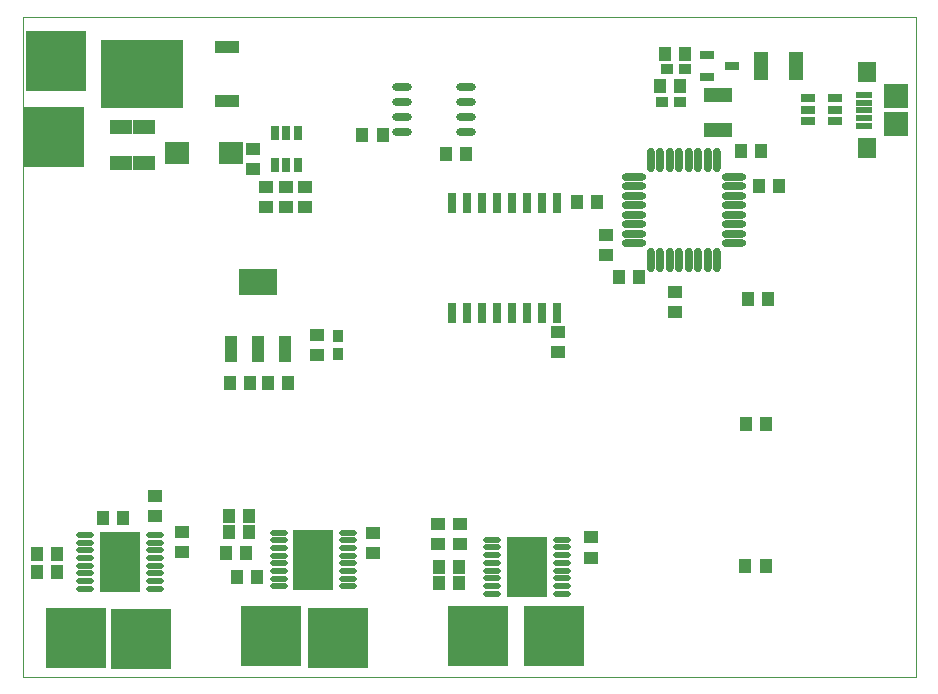
<source format=gtp>
G04 Layer_Color=7318015*
%FSLAX25Y25*%
%MOIN*%
G70*
G01*
G75*
%ADD42C,0.00394*%
%ADD58R,0.08268X0.07480*%
%ADD59R,0.04331X0.04724*%
%ADD60R,0.03894X0.03594*%
%ADD61R,0.07480X0.04724*%
%ADD62O,0.08071X0.02756*%
%ADD63O,0.02756X0.08071*%
%ADD64R,0.04894X0.09394*%
%ADD65R,0.04724X0.04331*%
%ADD66R,0.05709X0.01969*%
%ADD67R,0.07874X0.07874*%
%ADD68R,0.05906X0.06693*%
%ADD69R,0.05118X0.02756*%
%ADD70R,0.09394X0.04894*%
%ADD71O,0.06496X0.02756*%
%ADD72R,0.08465X0.04331*%
%ADD73R,0.27559X0.22638*%
%ADD74R,0.20079X0.20079*%
%ADD75R,0.20079X0.20079*%
%ADD76O,0.05906X0.02165*%
%ADD77R,0.13780X0.20079*%
%ADD78R,0.03594X0.03894*%
%ADD79R,0.12992X0.08661*%
%ADD80R,0.03937X0.08661*%
%ADD81R,0.02756X0.04724*%
%ADD82R,0.02756X0.06890*%
D42*
Y234529D02*
X297521D01*
X0D02*
Y454447D01*
X297521D01*
Y234529D02*
Y454447D01*
D58*
X51476Y409154D02*
D03*
X69193D02*
D03*
D59*
X219015Y431606D02*
D03*
X212322D02*
D03*
X245374Y398031D02*
D03*
X252067D02*
D03*
X213878Y442126D02*
D03*
X220571D02*
D03*
X205216Y367717D02*
D03*
X198524D02*
D03*
X113164Y415133D02*
D03*
X119858D02*
D03*
X147810Y408834D02*
D03*
X141117D02*
D03*
X247539Y271654D02*
D03*
X240846D02*
D03*
X145472Y265748D02*
D03*
X138780D02*
D03*
Y271260D02*
D03*
X145472D02*
D03*
X247835Y318799D02*
D03*
X241142D02*
D03*
X78149Y267717D02*
D03*
X71457D02*
D03*
X68701Y282677D02*
D03*
X75394D02*
D03*
X74409Y275984D02*
D03*
X67716D02*
D03*
X248327Y360531D02*
D03*
X241634D02*
D03*
X75394Y288189D02*
D03*
X68701D02*
D03*
X11347Y269600D02*
D03*
X4654D02*
D03*
X4654Y275600D02*
D03*
X11347D02*
D03*
X26754Y287500D02*
D03*
X33446D02*
D03*
X246162Y409842D02*
D03*
X239469D02*
D03*
X191240Y392913D02*
D03*
X184547D02*
D03*
X75689Y332480D02*
D03*
X68996D02*
D03*
X81595D02*
D03*
X88287D02*
D03*
D60*
X212945Y426083D02*
D03*
X218945D02*
D03*
X220618Y437008D02*
D03*
X214618D02*
D03*
D61*
X40453Y405905D02*
D03*
Y417717D02*
D03*
X32579Y405905D02*
D03*
Y417717D02*
D03*
D62*
X203740Y379134D02*
D03*
Y382283D02*
D03*
Y385433D02*
D03*
Y388583D02*
D03*
Y391732D02*
D03*
Y394882D02*
D03*
Y398031D02*
D03*
Y401181D02*
D03*
X237008D02*
D03*
Y398031D02*
D03*
Y394882D02*
D03*
Y391732D02*
D03*
Y388583D02*
D03*
Y385433D02*
D03*
Y382283D02*
D03*
Y379134D02*
D03*
D63*
X209350Y406791D02*
D03*
X212500D02*
D03*
X215650D02*
D03*
X218799D02*
D03*
X221949D02*
D03*
X225098D02*
D03*
X228248D02*
D03*
X231398D02*
D03*
Y373523D02*
D03*
X228248D02*
D03*
X225098D02*
D03*
X221949D02*
D03*
X218799D02*
D03*
X215650D02*
D03*
X209350D02*
D03*
X212500D02*
D03*
D64*
X246120Y438189D02*
D03*
X257670D02*
D03*
D65*
X217372Y362846D02*
D03*
Y356153D02*
D03*
X87697Y397835D02*
D03*
Y391142D02*
D03*
X81004D02*
D03*
Y397835D02*
D03*
X93996D02*
D03*
Y391142D02*
D03*
X76772Y403740D02*
D03*
Y410433D02*
D03*
X138189Y278937D02*
D03*
Y285630D02*
D03*
X145669Y278937D02*
D03*
Y285630D02*
D03*
X194472Y381746D02*
D03*
Y375054D02*
D03*
X44094Y294685D02*
D03*
Y287992D02*
D03*
X97933Y348425D02*
D03*
Y341732D02*
D03*
X178248Y342717D02*
D03*
Y349410D02*
D03*
X52953Y276280D02*
D03*
Y282972D02*
D03*
X116535Y275787D02*
D03*
Y282480D02*
D03*
X189469Y274311D02*
D03*
Y281004D02*
D03*
D66*
X280413Y418307D02*
D03*
Y420866D02*
D03*
Y423425D02*
D03*
Y425984D02*
D03*
Y428543D02*
D03*
D67*
X290945Y418701D02*
D03*
Y428150D02*
D03*
D68*
X281299Y410827D02*
D03*
Y436024D02*
D03*
D69*
X261614Y419882D02*
D03*
Y423622D02*
D03*
Y427362D02*
D03*
X270669D02*
D03*
Y423622D02*
D03*
Y419882D02*
D03*
X227854Y441929D02*
D03*
Y434449D02*
D03*
X236516Y438189D02*
D03*
D70*
X231693Y428486D02*
D03*
Y416936D02*
D03*
D71*
X147613Y416294D02*
D03*
Y421294D02*
D03*
Y426294D02*
D03*
Y431294D02*
D03*
X126353Y416294D02*
D03*
Y421294D02*
D03*
Y426294D02*
D03*
Y431294D02*
D03*
D72*
X67936Y426577D02*
D03*
Y444530D02*
D03*
D73*
X39589Y435553D02*
D03*
D74*
X10925Y439764D02*
D03*
X10236Y414567D02*
D03*
D75*
X177165Y248031D02*
D03*
X151575D02*
D03*
X105118Y247441D02*
D03*
X82677Y248031D02*
D03*
X39469Y247244D02*
D03*
X17717Y247638D02*
D03*
D76*
X156496Y280217D02*
D03*
Y277658D02*
D03*
Y275098D02*
D03*
Y272539D02*
D03*
Y269980D02*
D03*
Y267421D02*
D03*
Y264862D02*
D03*
Y262303D02*
D03*
X179724Y280217D02*
D03*
Y277658D02*
D03*
Y275098D02*
D03*
Y272539D02*
D03*
Y269980D02*
D03*
Y267421D02*
D03*
Y264862D02*
D03*
Y262303D02*
D03*
X85236Y282579D02*
D03*
Y280020D02*
D03*
Y277461D02*
D03*
Y274902D02*
D03*
Y272343D02*
D03*
Y269783D02*
D03*
Y267224D02*
D03*
Y264665D02*
D03*
X108465Y282579D02*
D03*
Y280020D02*
D03*
Y277461D02*
D03*
Y274902D02*
D03*
Y272343D02*
D03*
Y269783D02*
D03*
Y267224D02*
D03*
Y264665D02*
D03*
X20669Y281791D02*
D03*
Y279232D02*
D03*
Y276673D02*
D03*
Y274114D02*
D03*
Y271555D02*
D03*
Y268996D02*
D03*
Y266437D02*
D03*
Y263878D02*
D03*
X43898Y281791D02*
D03*
Y279232D02*
D03*
Y276673D02*
D03*
Y274114D02*
D03*
Y271555D02*
D03*
Y268996D02*
D03*
Y266437D02*
D03*
Y263878D02*
D03*
D77*
X168110Y271260D02*
D03*
X96850Y273622D02*
D03*
X32283Y272835D02*
D03*
D78*
X105020Y342079D02*
D03*
Y348079D02*
D03*
D79*
X78248Y366142D02*
D03*
D80*
X87303Y343701D02*
D03*
X78248D02*
D03*
X69193D02*
D03*
D81*
X91573Y405315D02*
D03*
X87833D02*
D03*
X84093D02*
D03*
Y415945D02*
D03*
X87833D02*
D03*
X91573D02*
D03*
D82*
X178130Y355709D02*
D03*
X173130D02*
D03*
X168130D02*
D03*
X163130D02*
D03*
X158130D02*
D03*
X153130D02*
D03*
X148130D02*
D03*
X143130D02*
D03*
Y392323D02*
D03*
X148130D02*
D03*
X153130D02*
D03*
X158130D02*
D03*
X163130D02*
D03*
X168130D02*
D03*
X173130D02*
D03*
X178130D02*
D03*
M02*

</source>
